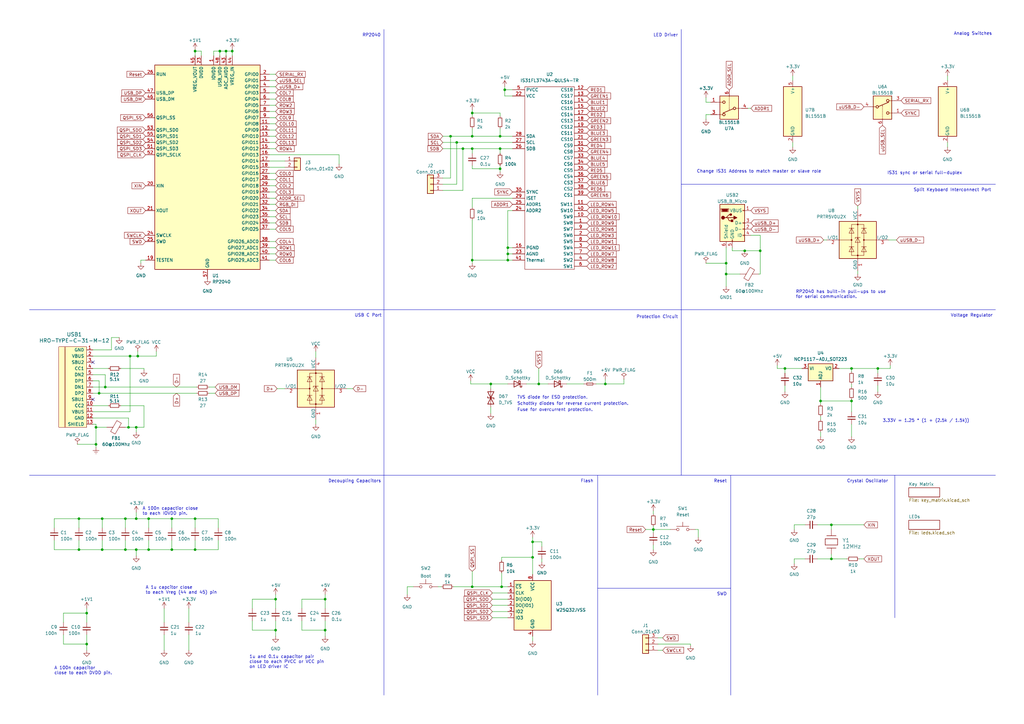
<source format=kicad_sch>
(kicad_sch (version 20230121) (generator eeschema)
  (paper "A3")
  (junction (at 267.97 217.17))
  (junction (at 39.37 175.26))
  (junction (at 80.01 20.955))
  (junction (at 113.03 258.445))
  (junction (at 56.515 146.05))
  (junction (at 43.18 158.75))
  (junction (at 336.55 164.465))
  (junction (at 70.485 212.725))
  (junction (at 55.88 225.425))
  (junction (at 41.91 212.725))
  (junction (at 305.435 102.87))
  (junction (at 32.385 212.725))
  (junction (at 218.44 222.25))
  (junction (at 60.96 212.725))
  (junction (at 52.705 175.26))
  (junction (at 208.28 101.6))
  (junction (at 311.785 102.87))
  (junction (at 207.01 36.83))
  (junction (at 41.91 225.425))
  (junction (at 205.105 55.88))
  (junction (at 55.88 212.725))
  (junction (at 349.25 164.465))
  (junction (at 205.105 69.215))
  (junction (at 95.25 20.955))
  (junction (at 184.785 55.88))
  (junction (at 60.96 225.425))
  (junction (at 133.35 245.745))
  (junction (at 349.25 151.13))
  (junction (at 208.28 104.14))
  (junction (at 35.56 264.16))
  (junction (at 92.71 20.955))
  (junction (at 53.34 146.05))
  (junction (at 205.74 240.665))
  (junction (at 80.01 212.725))
  (junction (at 321.945 151.13))
  (junction (at 51.435 225.425))
  (junction (at 360.045 151.13))
  (junction (at 133.35 258.445))
  (junction (at 193.675 240.665))
  (junction (at 90.17 20.955))
  (junction (at 340.995 229.235))
  (junction (at 193.675 106.68))
  (junction (at 201.295 157.48))
  (junction (at 193.675 60.96))
  (junction (at 205.105 60.96))
  (junction (at 340.995 215.265))
  (junction (at 32.385 225.425))
  (junction (at 208.28 106.68))
  (junction (at 40.64 161.29))
  (junction (at 248.285 157.48))
  (junction (at 80.01 225.425))
  (junction (at 51.435 212.725))
  (junction (at 113.03 245.745))
  (junction (at 55.88 175.26))
  (junction (at 35.56 251.46))
  (junction (at 193.675 46.355))
  (junction (at 218.44 228.6))
  (junction (at 220.98 157.48))
  (junction (at 297.815 112.395))
  (junction (at 187.325 58.42))
  (junction (at 297.815 107.95))
  (junction (at 70.485 225.425))
  (junction (at 189.865 60.96))
  (junction (at 193.675 55.88))
  (junction (at 39.37 182.245))
  (no_connect (at 38.1 163.83))
  (no_connect (at 38.1 148.59))
  (wire (pts (xy 56.515 146.05) (xy 64.135 146.05)))
  (wire (pts (xy 300.355 102.87) (xy 305.435 102.87)))
  (wire (pts (xy 103.505 258.445) (xy 113.03 258.445)))
  (wire (pts (xy 307.975 96.52) (xy 311.785 96.52)))
  (wire (pts (xy 38.1 156.21) (xy 40.64 156.21)))
  (wire (pts (xy 110.49 99.06) (xy 113.03 99.06)))
  (wire (pts (xy 35.56 249.555) (xy 35.56 251.46)))
  (wire (pts (xy 201.295 159.385) (xy 201.295 157.48)))
  (wire (pts (xy 52.705 171.45) (xy 52.705 175.26)))
  (wire (pts (xy 179.705 240.665) (xy 180.975 240.665)))
  (wire (pts (xy 90.17 20.955) (xy 90.17 22.86)))
  (wire (pts (xy 330.2 215.265) (xy 325.755 215.265)))
  (polyline (pts (xy 279.4 12.065) (xy 279.4 194.945)))
  (wire (pts (xy 349.25 151.13) (xy 360.045 151.13)))
  (wire (pts (xy 70.485 212.725) (xy 80.01 212.725)))
  (wire (pts (xy 297.815 112.395) (xy 297.815 117.475)))
  (wire (pts (xy 208.28 101.6) (xy 210.185 101.6)))
  (wire (pts (xy 189.865 78.105) (xy 189.865 60.96)))
  (wire (pts (xy 255.905 155.575) (xy 255.905 157.48)))
  (polyline (pts (xy 12.065 194.945) (xy 408.305 194.945)))
  (wire (pts (xy 110.49 48.26) (xy 113.03 48.26)))
  (wire (pts (xy 307.975 44.45) (xy 306.705 44.45)))
  (wire (pts (xy 49.53 166.37) (xy 59.055 166.37)))
  (wire (pts (xy 110.49 76.2) (xy 113.03 76.2)))
  (wire (pts (xy 181.61 75.565) (xy 187.325 75.565)))
  (wire (pts (xy 110.49 58.42) (xy 113.03 58.42)))
  (wire (pts (xy 193.675 81.28) (xy 193.675 85.09)))
  (wire (pts (xy 193.675 106.68) (xy 208.28 106.68)))
  (wire (pts (xy 85.725 158.75) (xy 88.265 158.75)))
  (wire (pts (xy 267.97 217.17) (xy 267.97 218.44)))
  (wire (pts (xy 92.71 20.955) (xy 92.71 22.86)))
  (wire (pts (xy 110.49 101.6) (xy 113.03 101.6)))
  (wire (pts (xy 51.435 225.425) (xy 55.88 225.425)))
  (wire (pts (xy 51.435 221.615) (xy 51.435 225.425)))
  (wire (pts (xy 26.035 264.16) (xy 35.56 264.16)))
  (wire (pts (xy 80.01 225.425) (xy 89.535 225.425)))
  (wire (pts (xy 205.105 67.945) (xy 205.105 69.215)))
  (wire (pts (xy 207.01 39.37) (xy 210.185 39.37)))
  (wire (pts (xy 267.97 217.17) (xy 267.97 215.9)))
  (wire (pts (xy 321.945 151.13) (xy 321.945 153.035)))
  (wire (pts (xy 38.1 158.75) (xy 43.18 158.75)))
  (wire (pts (xy 110.49 73.66) (xy 113.03 73.66)))
  (wire (pts (xy 201.295 167.005) (xy 201.295 169.545)))
  (wire (pts (xy 267.97 209.55) (xy 267.97 210.82)))
  (wire (pts (xy 38.1 166.37) (xy 44.45 166.37)))
  (wire (pts (xy 32.385 216.535) (xy 32.385 212.725)))
  (wire (pts (xy 89.535 216.535) (xy 89.535 212.725)))
  (wire (pts (xy 193.675 45.085) (xy 193.675 46.355)))
  (wire (pts (xy 193.675 106.68) (xy 193.675 107.95)))
  (wire (pts (xy 336.55 170.815) (xy 336.55 172.085)))
  (polyline (pts (xy 12.065 127) (xy 408.305 127)))
  (wire (pts (xy 267.97 223.52) (xy 267.97 225.425)))
  (wire (pts (xy 123.825 245.745) (xy 133.35 245.745)))
  (wire (pts (xy 208.28 86.36) (xy 208.28 101.6)))
  (wire (pts (xy 193.675 46.355) (xy 205.105 46.355)))
  (wire (pts (xy 349.25 151.13) (xy 344.17 151.13)))
  (wire (pts (xy 41.91 212.725) (xy 51.435 212.725)))
  (wire (pts (xy 95.25 20.955) (xy 95.25 22.86)))
  (wire (pts (xy 55.88 210.185) (xy 55.88 212.725)))
  (wire (pts (xy 193.675 240.665) (xy 205.74 240.665)))
  (wire (pts (xy 218.44 220.345) (xy 218.44 222.25)))
  (wire (pts (xy 113.03 258.445) (xy 113.03 260.985)))
  (wire (pts (xy 142.24 159.385) (xy 144.78 159.385)))
  (wire (pts (xy 110.49 78.74) (xy 113.03 78.74)))
  (wire (pts (xy 360.045 151.13) (xy 360.045 153.035)))
  (wire (pts (xy 205.74 234.95) (xy 205.74 240.665)))
  (wire (pts (xy 205.105 60.96) (xy 205.105 62.865)))
  (wire (pts (xy 388.62 58.42) (xy 388.62 60.325)))
  (wire (pts (xy 38.1 143.51) (xy 45.72 143.51)))
  (wire (pts (xy 325.755 229.235) (xy 325.755 231.14)))
  (wire (pts (xy 39.37 173.99) (xy 39.37 175.26)))
  (wire (pts (xy 360.045 151.13) (xy 365.125 151.13)))
  (wire (pts (xy 351.79 84.455) (xy 351.79 85.725)))
  (wire (pts (xy 123.825 254.635) (xy 123.825 258.445)))
  (wire (pts (xy 167.005 240.665) (xy 167.005 243.84)))
  (wire (pts (xy 218.44 222.25) (xy 222.25 222.25)))
  (wire (pts (xy 51.435 216.535) (xy 51.435 212.725)))
  (wire (pts (xy 352.425 229.235) (xy 354.33 229.235)))
  (wire (pts (xy 336.55 164.465) (xy 336.55 165.735)))
  (wire (pts (xy 55.88 225.425) (xy 60.96 225.425)))
  (wire (pts (xy 220.98 157.48) (xy 224.79 157.48)))
  (polyline (pts (xy 367.03 194.945) (xy 367.03 253.365)))
  (wire (pts (xy 167.005 240.665) (xy 169.545 240.665)))
  (wire (pts (xy 193.675 55.88) (xy 193.675 52.705)))
  (wire (pts (xy 26.035 260.35) (xy 26.035 264.16)))
  (wire (pts (xy 129.54 144.145) (xy 129.54 146.685)))
  (polyline (pts (xy 299.72 194.945) (xy 299.72 285.115)))
  (wire (pts (xy 184.785 55.88) (xy 184.785 73.025)))
  (wire (pts (xy 283.21 264.16) (xy 283.21 264.795)))
  (wire (pts (xy 337.82 98.425) (xy 339.09 98.425)))
  (wire (pts (xy 22.225 216.535) (xy 22.225 212.725)))
  (polyline (pts (xy 245.11 194.945) (xy 245.11 285.115)))
  (wire (pts (xy 110.49 88.9) (xy 113.03 88.9)))
  (wire (pts (xy 193.04 156.21) (xy 193.04 157.48)))
  (wire (pts (xy 205.74 240.665) (xy 208.28 240.665)))
  (wire (pts (xy 269.875 264.16) (xy 283.21 264.16)))
  (wire (pts (xy 207.01 36.83) (xy 207.01 35.56)))
  (wire (pts (xy 205.105 60.96) (xy 210.185 60.96)))
  (wire (pts (xy 289.56 40.005) (xy 289.56 41.91)))
  (wire (pts (xy 35.56 260.35) (xy 35.56 264.16)))
  (wire (pts (xy 340.995 215.265) (xy 340.995 217.17)))
  (wire (pts (xy 51.435 212.725) (xy 55.88 212.725)))
  (wire (pts (xy 43.18 153.67) (xy 43.18 158.75)))
  (wire (pts (xy 123.825 258.445) (xy 133.35 258.445)))
  (wire (pts (xy 325.755 215.265) (xy 325.755 217.17)))
  (wire (pts (xy 110.49 66.04) (xy 116.84 66.04)))
  (wire (pts (xy 336.55 177.165) (xy 336.55 179.07)))
  (wire (pts (xy 32.385 221.615) (xy 32.385 225.425)))
  (wire (pts (xy 38.1 151.13) (xy 44.45 151.13)))
  (wire (pts (xy 193.04 157.48) (xy 201.295 157.48)))
  (wire (pts (xy 110.49 38.1) (xy 113.03 38.1)))
  (wire (pts (xy 335.28 229.235) (xy 340.995 229.235)))
  (wire (pts (xy 336.55 158.75) (xy 336.55 164.465)))
  (wire (pts (xy 60.96 225.425) (xy 70.485 225.425)))
  (wire (pts (xy 87.63 20.955) (xy 90.17 20.955)))
  (wire (pts (xy 210.185 55.88) (xy 205.105 55.88)))
  (polyline (pts (xy 279.4 75.565) (xy 408.305 75.565)))
  (wire (pts (xy 184.785 55.88) (xy 193.675 55.88)))
  (wire (pts (xy 90.17 20.955) (xy 92.71 20.955)))
  (wire (pts (xy 55.88 225.425) (xy 55.88 227.965)))
  (wire (pts (xy 57.785 106.68) (xy 57.785 107.95)))
  (wire (pts (xy 22.225 212.725) (xy 32.385 212.725)))
  (wire (pts (xy 336.55 164.465) (xy 349.25 164.465)))
  (wire (pts (xy 110.49 53.34) (xy 113.03 53.34)))
  (wire (pts (xy 39.37 182.245) (xy 39.37 183.515)))
  (wire (pts (xy 181.61 58.42) (xy 187.325 58.42)))
  (wire (pts (xy 193.675 90.17) (xy 193.675 106.68)))
  (wire (pts (xy 321.945 151.13) (xy 328.93 151.13)))
  (wire (pts (xy 222.25 222.25) (xy 222.25 224.155)))
  (wire (pts (xy 340.995 229.235) (xy 347.345 229.235)))
  (wire (pts (xy 113.03 254.635) (xy 113.03 258.445)))
  (wire (pts (xy 35.56 255.27) (xy 35.56 251.46)))
  (wire (pts (xy 205.105 46.355) (xy 205.105 47.625)))
  (wire (pts (xy 318.77 149.86) (xy 318.77 151.13)))
  (wire (pts (xy 53.34 146.05) (xy 56.515 146.05)))
  (wire (pts (xy 110.49 93.98) (xy 113.03 93.98)))
  (wire (pts (xy 51.435 175.26) (xy 52.705 175.26)))
  (wire (pts (xy 38.1 161.29) (xy 40.64 161.29)))
  (wire (pts (xy 82.55 22.86) (xy 82.55 20.955)))
  (wire (pts (xy 103.505 249.555) (xy 103.505 245.745)))
  (wire (pts (xy 77.47 255.27) (xy 77.47 249.555)))
  (wire (pts (xy 311.15 112.395) (xy 311.785 112.395)))
  (wire (pts (xy 340.995 227.33) (xy 340.995 229.235)))
  (wire (pts (xy 89.535 221.615) (xy 89.535 225.425)))
  (wire (pts (xy 55.88 212.725) (xy 60.96 212.725)))
  (wire (pts (xy 187.325 58.42) (xy 187.325 75.565)))
  (wire (pts (xy 40.64 161.29) (xy 80.645 161.29)))
  (wire (pts (xy 330.2 229.235) (xy 325.755 229.235)))
  (wire (pts (xy 110.49 33.02) (xy 113.03 33.02)))
  (wire (pts (xy 133.35 258.445) (xy 133.35 260.985)))
  (wire (pts (xy 53.34 168.91) (xy 53.34 146.05)))
  (wire (pts (xy 60.96 212.725) (xy 70.485 212.725)))
  (wire (pts (xy 311.785 96.52) (xy 311.785 102.87)))
  (wire (pts (xy 110.49 86.36) (xy 113.03 86.36)))
  (wire (pts (xy 201.93 253.365) (xy 208.28 253.365)))
  (polyline (pts (xy 157.48 12.065) (xy 157.48 285.115)))
  (wire (pts (xy 43.18 158.75) (xy 80.645 158.75)))
  (wire (pts (xy 110.49 55.88) (xy 113.03 55.88)))
  (wire (pts (xy 110.49 83.82) (xy 113.03 83.82)))
  (wire (pts (xy 349.25 157.48) (xy 349.25 158.75)))
  (wire (pts (xy 80.01 216.535) (xy 80.01 212.725)))
  (wire (pts (xy 110.49 63.5) (xy 139.065 63.5)))
  (wire (pts (xy 123.825 249.555) (xy 123.825 245.745)))
  (wire (pts (xy 95.25 20.32) (xy 95.25 20.955)))
  (wire (pts (xy 181.61 55.88) (xy 184.785 55.88)))
  (wire (pts (xy 244.475 157.48) (xy 248.285 157.48)))
  (wire (pts (xy 57.785 106.68) (xy 59.69 106.68)))
  (polyline (pts (xy 245.11 241.3) (xy 299.72 241.3)))
  (wire (pts (xy 205.105 55.88) (xy 193.675 55.88)))
  (wire (pts (xy 349.25 152.4) (xy 349.25 151.13)))
  (wire (pts (xy 110.49 35.56) (xy 113.03 35.56)))
  (wire (pts (xy 70.485 225.425) (xy 80.01 225.425)))
  (wire (pts (xy 133.35 254.635) (xy 133.35 258.445)))
  (wire (pts (xy 289.56 46.99) (xy 289.56 48.895)))
  (wire (pts (xy 269.875 266.7) (xy 271.78 266.7)))
  (wire (pts (xy 110.49 43.18) (xy 113.03 43.18)))
  (wire (pts (xy 201.93 248.285) (xy 208.28 248.285)))
  (wire (pts (xy 184.785 73.025) (xy 181.61 73.025)))
  (wire (pts (xy 201.93 243.205) (xy 208.28 243.205)))
  (wire (pts (xy 41.91 216.535) (xy 41.91 212.725)))
  (wire (pts (xy 232.41 157.48) (xy 239.395 157.48)))
  (wire (pts (xy 110.49 71.12) (xy 113.03 71.12)))
  (wire (pts (xy 208.28 101.6) (xy 208.28 104.14)))
  (wire (pts (xy 85.725 161.29) (xy 88.265 161.29)))
  (wire (pts (xy 388.62 31.115) (xy 388.62 33.02)))
  (wire (pts (xy 70.485 221.615) (xy 70.485 225.425)))
  (wire (pts (xy 129.54 172.085) (xy 129.54 173.99)))
  (wire (pts (xy 59.055 166.37) (xy 59.055 175.26)))
  (wire (pts (xy 110.49 68.58) (xy 116.84 68.58)))
  (wire (pts (xy 264.795 217.17) (xy 267.97 217.17)))
  (wire (pts (xy 70.485 216.535) (xy 70.485 212.725)))
  (wire (pts (xy 67.31 260.35) (xy 67.31 266.7)))
  (wire (pts (xy 45.72 138.43) (xy 48.895 138.43)))
  (wire (pts (xy 113.03 243.84) (xy 113.03 245.745)))
  (wire (pts (xy 193.675 234.315) (xy 193.675 240.665)))
  (wire (pts (xy 300.355 101.6) (xy 300.355 102.87)))
  (wire (pts (xy 297.815 101.6) (xy 297.815 107.95)))
  (wire (pts (xy 52.705 175.26) (xy 55.88 175.26)))
  (wire (pts (xy 360.045 158.115) (xy 360.045 160.655)))
  (wire (pts (xy 133.35 249.555) (xy 133.35 245.745)))
  (wire (pts (xy 205.105 69.215) (xy 193.675 69.215)))
  (wire (pts (xy 38.1 168.91) (xy 53.34 168.91)))
  (wire (pts (xy 220.98 151.13) (xy 220.98 157.48)))
  (wire (pts (xy 207.01 36.83) (xy 210.185 36.83)))
  (wire (pts (xy 289.56 107.95) (xy 297.815 107.95)))
  (wire (pts (xy 55.88 175.26) (xy 59.055 175.26)))
  (wire (pts (xy 201.93 245.745) (xy 208.28 245.745)))
  (wire (pts (xy 113.03 249.555) (xy 113.03 245.745)))
  (wire (pts (xy 22.225 221.615) (xy 22.225 225.425)))
  (wire (pts (xy 103.505 254.635) (xy 103.505 258.445)))
  (wire (pts (xy 31.75 182.245) (xy 39.37 182.245)))
  (wire (pts (xy 110.49 40.64) (xy 113.03 40.64)))
  (wire (pts (xy 269.875 261.62) (xy 271.78 261.62)))
  (wire (pts (xy 205.105 69.215) (xy 205.105 70.485)))
  (wire (pts (xy 35.56 264.16) (xy 35.56 266.7)))
  (wire (pts (xy 218.44 260.985) (xy 218.44 262.89)))
  (wire (pts (xy 208.28 104.14) (xy 208.28 106.68)))
  (wire (pts (xy 248.285 155.575) (xy 248.285 157.48)))
  (wire (pts (xy 40.64 156.21) (xy 40.64 161.29)))
  (wire (pts (xy 139.065 63.5) (xy 139.065 67.31)))
  (wire (pts (xy 349.25 164.465) (xy 349.25 168.91)))
  (wire (pts (xy 26.035 251.46) (xy 35.56 251.46)))
  (wire (pts (xy 113.665 159.385) (xy 116.84 159.385)))
  (wire (pts (xy 22.225 225.425) (xy 32.385 225.425)))
  (wire (pts (xy 80.01 20.32) (xy 80.01 20.955)))
  (wire (pts (xy 318.77 151.13) (xy 321.945 151.13)))
  (wire (pts (xy 67.31 255.27) (xy 67.31 249.555)))
  (wire (pts (xy 297.815 107.95) (xy 297.815 112.395)))
  (wire (pts (xy 110.49 91.44) (xy 113.03 91.44)))
  (wire (pts (xy 218.44 228.6) (xy 218.44 235.585)))
  (wire (pts (xy 110.49 81.28) (xy 113.03 81.28)))
  (wire (pts (xy 41.91 225.425) (xy 51.435 225.425)))
  (wire (pts (xy 189.865 60.96) (xy 193.675 60.96)))
  (wire (pts (xy 351.79 111.125) (xy 351.79 112.395)))
  (wire (pts (xy 80.01 221.615) (xy 80.01 225.425)))
  (wire (pts (xy 39.37 175.26) (xy 39.37 182.245)))
  (wire (pts (xy 87.63 22.86) (xy 87.63 20.955)))
  (wire (pts (xy 80.01 212.725) (xy 89.535 212.725)))
  (wire (pts (xy 103.505 245.745) (xy 113.03 245.745)))
  (wire (pts (xy 39.37 175.26) (xy 43.815 175.26)))
  (wire (pts (xy 367.665 98.425) (xy 364.49 98.425)))
  (wire (pts (xy 181.61 78.105) (xy 189.865 78.105)))
  (wire (pts (xy 349.25 164.465) (xy 349.25 163.83)))
  (wire (pts (xy 59.055 151.765) (xy 59.055 151.13)))
  (wire (pts (xy 285.115 217.17) (xy 286.385 217.17)))
  (wire (pts (xy 248.285 157.48) (xy 255.905 157.48)))
  (wire (pts (xy 38.1 146.05) (xy 53.34 146.05)))
  (wire (pts (xy 291.465 41.91) (xy 289.56 41.91)))
  (wire (pts (xy 32.385 225.425) (xy 41.91 225.425)))
  (wire (pts (xy 64.135 146.05) (xy 64.135 144.145)))
  (wire (pts (xy 208.28 106.68) (xy 210.185 106.68)))
  (wire (pts (xy 193.675 60.96) (xy 205.105 60.96)))
  (wire (pts (xy 349.25 173.99) (xy 349.25 179.07)))
  (wire (pts (xy 193.675 46.355) (xy 193.675 47.625)))
  (wire (pts (xy 110.49 60.96) (xy 113.03 60.96)))
  (wire (pts (xy 55.88 175.26) (xy 55.88 177.165)))
  (wire (pts (xy 222.25 229.235) (xy 222.25 230.505)))
  (wire (pts (xy 41.91 221.615) (xy 41.91 225.425)))
  (wire (pts (xy 201.295 157.48) (xy 208.28 157.48)))
  (wire (pts (xy 80.01 20.955) (xy 80.01 22.86)))
  (wire (pts (xy 193.675 81.28) (xy 210.185 81.28)))
  (wire (pts (xy 311.785 102.87) (xy 305.435 102.87)))
  (wire (pts (xy 26.035 255.27) (xy 26.035 251.46)))
  (wire (pts (xy 38.1 171.45) (xy 52.705 171.45)))
  (wire (pts (xy 325.12 31.115) (xy 325.12 33.02)))
  (wire (pts (xy 187.325 58.42) (xy 210.185 58.42)))
  (wire (pts (xy 201.93 250.825) (xy 208.28 250.825)))
  (wire (pts (xy 274.955 217.17) (xy 267.97 217.17)))
  (wire (pts (xy 39.37 173.99) (xy 38.1 173.99)))
  (wire (pts (xy 110.49 45.72) (xy 113.03 45.72)))
  (wire (pts (xy 60.96 216.535) (xy 60.96 212.725)))
  (wire (pts (xy 321.945 158.115) (xy 321.945 160.655)))
  (wire (pts (xy 207.01 36.83) (xy 207.01 39.37)))
  (wire (pts (xy 340.995 215.265) (xy 354.33 215.265)))
  (wire (pts (xy 325.12 58.42) (xy 325.12 60.325)))
  (wire (pts (xy 110.49 50.8) (xy 113.03 50.8)))
  (wire (pts (xy 110.49 104.14) (xy 113.03 104.14)))
  (wire (pts (xy 110.49 30.48) (xy 113.03 30.48)))
  (wire (pts (xy 82.55 20.955) (xy 80.01 20.955)))
  (wire (pts (xy 193.675 69.215) (xy 193.675 67.945)))
  (wire (pts (xy 77.47 260.35) (xy 77.47 266.7)))
  (wire (pts (xy 205.74 228.6) (xy 218.44 228.6)))
  (wire (pts (xy 45.72 143.51) (xy 45.72 138.43)))
  (wire (pts (xy 181.61 60.96) (xy 189.865 60.96)))
  (wire (pts (xy 60.96 221.615) (xy 60.96 225.425)))
  (wire (pts (xy 286.385 217.17) (xy 286.385 220.345)))
  (wire (pts (xy 210.185 86.36) (xy 208.28 86.36)))
  (wire (pts (xy 303.53 112.395) (xy 297.815 112.395)))
  (wire (pts (xy 92.71 20.955) (xy 95.25 20.955)))
  (wire (pts (xy 218.44 222.25) (xy 218.44 228.6)))
  (wire (pts (xy 205.74 228.6) (xy 205.74 229.87)))
  (wire (pts (xy 59.055 151.13) (xy 49.53 151.13)))
  (wire (pts (xy 32.385 212.725) (xy 41.91 212.725)))
  (wire (pts (xy 38.1 153.67) (xy 43.18 153.67)))
  (wire (pts (xy 335.28 215.265) (xy 340.995 215.265)))
  (wire (pts (xy 311.785 112.395) (xy 311.785 102.87)))
  (wire (pts (xy 205.105 55.88) (xy 205.105 52.705)))
  (wire (pts (xy 133.35 243.84) (xy 133.35 245.745)))
  (wire (pts (xy 291.465 46.99) (xy 289.56 46.99)))
  (wire (pts (xy 208.28 104.14) (xy 210.185 104.14)))
  (wire (pts (xy 56.515 144.145) (xy 56.515 146.05)))
  (wire (pts (xy 193.675 62.865) (xy 193.675 60.96)))
  (wire (pts (xy 186.055 240.665) (xy 193.675 240.665)))
  (wire (pts (xy 365.125 149.86) (xy 365.125 151.13)))
  (wire (pts (xy 110.49 106.68) (xy 113.03 106.68)))
  (wire (pts (xy 215.9 157.48) (xy 220.98 157.48)))
  (text "A 100n capactior close\nto each IOVDD pin." (at 58.42 211.455 0) (effects (font (size 1.27 1.27)) (justify left bottom)))
  (text "Flash" (at 238.125 198.12 0) (effects (font (size 1.27 1.27)) (justify left bottom)))
  (text "RP2040" (at 148.59 15.24 0) (effects (font (size 1.27 1.27)) (justify left bottom)))
  (text "TVS diode for ESD protection." (at 212.09 163.83 0) (effects (font (size 1.27 1.27)) (justify left bottom)))
  (text "Reset\n" (at 292.735 198.12 0) (effects (font (size 1.27 1.27)) (justify left bottom)))
  (text "IS31 sync or serial full-duplex" (at 363.855 71.755 0) (effects (font (size 1.27 1.27)) (justify left bottom)))
  (text "Crystal Oscillator\n" (at 347.345 198.12 0) (effects (font (size 1.27 1.27)) (justify left bottom)))
  (text "Protection Circuit" (at 260.985 130.81 0) (effects (font (size 1.27 1.27)) (justify left bottom)))
  (text "LED Driver" (at 267.97 15.24 0) (effects (font (size 1.27 1.27)) (justify left bottom)))
  (text "Change IS31 Address to match master or slave role" (at 285.75 71.12 0) (effects (font (size 1.27 1.27)) (justify left bottom)))
  (text "SWD" (at 294.005 244.475 0) (effects (font (size 1.27 1.27)) (justify left bottom)))
  (text "Analog Switches" (at 391.16 14.605 0) (effects (font (size 1.27 1.27)) (justify left bottom)))
  (text "Schottky diodes for reverse current protection." (at 212.09 166.37 0) (effects (font (size 1.27 1.27)) (justify left bottom)))
  (text "1u and 0.1u capacitor pair \nclose to each PVCC or VCC pin\non LED driver IC" (at 102.235 274.32 0) (effects (font (size 1.27 1.27)) (justify left bottom)))
  (text "Voltage Regulator" (at 389.89 130.175 0) (effects (font (size 1.27 1.27)) (justify left bottom)))
  (text "Fuse for overcurrent protection.\n" (at 212.09 168.91 0) (effects (font (size 1.27 1.27)) (justify left bottom)))
  (text "A 100n capacitor \nclose to each DVDD pin." (at 22.225 276.86 0) (effects (font (size 1.27 1.27)) (justify left bottom)))
  (text "USB C Port" (at 145.415 130.175 0) (effects (font (size 1.27 1.27)) (justify left bottom)))
  (text "A 1u capcitor close\nto each Vreg (44 and 45) pin" (at 59.69 243.84 0) (effects (font (size 1.27 1.27)) (justify left bottom)))
  (text "Split Keyboard Interconnect Port" (at 374.65 78.74 0) (effects (font (size 1.27 1.27)) (justify left bottom)))
  (text "3.33V = 1.25 * (1 + (2.5k / 1.5k))" (at 361.95 173.355 0) (effects (font (size 1.27 1.27)) (justify left bottom)))
  (text "Decoupling Capacitors" (at 134.62 198.12 0) (effects (font (size 1.27 1.27)) (justify left bottom)))
  (text "RP2040 has built-in pull-ups to use\nfor serial communication." (at 326.39 122.555 0) (effects (font (size 1.27 1.27)) (justify left bottom)))
  (global_label "COL12" (shape input) (at 113.03 55.88 0) (property "Intersheetrefs" "${INTERSHEET_REFS}" (effects hide)))
  (global_label "COL2" (shape input) (at 113.03 76.2 0) (property "Intersheetrefs" "${INTERSHEET_REFS}" (effects hide)))
  (global_label "SERIAL_RX" (shape input) (at 113.03 30.48 0) (property "Intersheetrefs" "${INTERSHEET_REFS}" (effects hide)))
  (global_label "ROW1" (shape input) (at 113.03 101.6 0) (property "Intersheetrefs" "${INTERSHEET_REFS}" (effects hide)))
  (global_label "uUSB_D+" (shape input) (at 113.03 35.56 0) (property "Intersheetrefs" "${INTERSHEET_REFS}" (effects hide)))
  (global_label "GREEN6" (shape input) (at 240.665 80.01 0) (property "Intersheetrefs" "${INTERSHEET_REFS}" (effects hide)))
  (global_label "SDA" (shape input) (at 181.61 55.88 180) (property "Intersheetrefs" "${INTERSHEET_REFS}" (effects hide)))
  (global_label "LED_ROW11" (shape input) (at 240.665 101.6 0) (property "Intersheetrefs" "${INTERSHEET_REFS}" (effects hide)))
  (global_label "ROW2" (shape input) (at 113.03 43.18 0) (property "Intersheetrefs" "${INTERSHEET_REFS}" (effects hide)))
  (global_label "SWCLK" (shape input) (at 271.78 266.7 0) (property "Intersheetrefs" "${INTERSHEET_REFS}" (effects hide)))
  (global_label "LED_ROW10" (shape input) (at 240.665 88.9 0) (property "Intersheetrefs" "${INTERSHEET_REFS}" (effects hide)))
  (global_label "XIN" (shape input) (at 354.33 215.265 0) (property "Intersheetrefs" "${INTERSHEET_REFS}" (effects hide)))
  (global_label "ADDR1" (shape input) (at 307.975 44.45 0) (property "Intersheetrefs" "${INTERSHEET_REFS}" (effects hide)))
  (global_label "XIN" (shape input) (at 59.69 76.2 180) (property "Intersheetrefs" "${INTERSHEET_REFS}" (effects hide)))
  (global_label "uUSB_SEL" (shape input) (at 361.95 51.435 270) (property "Intersheetrefs" "${INTERSHEET_REFS}" (effects hide)))
  (global_label "COL7" (shape input) (at 113.03 38.1 0) (property "Intersheetrefs" "${INTERSHEET_REFS}" (effects hide)))
  (global_label "D+" (shape input) (at 113.665 159.385 180) (property "Intersheetrefs" "${INTERSHEET_REFS}" (effects hide)))
  (global_label "RED4" (shape input) (at 240.665 59.69 0) (property "Intersheetrefs" "${INTERSHEET_REFS}" (effects hide)))
  (global_label "BLUE3" (shape input) (at 240.665 54.61 0) (property "Intersheetrefs" "${INTERSHEET_REFS}" (effects hide)))
  (global_label "D-" (shape input) (at 144.78 159.385 0) (property "Intersheetrefs" "${INTERSHEET_REFS}" (effects hide)))
  (global_label "COL1" (shape input) (at 113.03 73.66 0) (property "Intersheetrefs" "${INTERSHEET_REFS}" (effects hide)))
  (global_label "COL5" (shape input) (at 113.03 93.98 0) (property "Intersheetrefs" "${INTERSHEET_REFS}" (effects hide)))
  (global_label "USB_DM" (shape input) (at 59.69 40.64 180) (property "Intersheetrefs" "${INTERSHEET_REFS}" (effects hide)))
  (global_label "COL0" (shape input) (at 113.03 71.12 0) (property "Intersheetrefs" "${INTERSHEET_REFS}" (effects hide)))
  (global_label "LED_ROW1" (shape input) (at 240.665 99.06 0) (property "Intersheetrefs" "${INTERSHEET_REFS}" (effects hide)))
  (global_label "QSPI_SS" (shape input) (at 193.675 234.315 90) (property "Intersheetrefs" "${INTERSHEET_REFS}" (effects hide)))
  (global_label "uUSB_D+" (shape input) (at 307.975 91.44 0) (property "Intersheetrefs" "${INTERSHEET_REFS}" (effects hide)))
  (global_label "SYNC" (shape input) (at 369.57 46.355 0) (property "Intersheetrefs" "${INTERSHEET_REFS}" (effects hide)))
  (global_label "LED_ROW3" (shape input) (at 240.665 96.52 0) (property "Intersheetrefs" "${INTERSHEET_REFS}" (effects hide)))
  (global_label "COL10" (shape input) (at 113.03 50.8 0) (property "Intersheetrefs" "${INTERSHEET_REFS}" (effects hide)))
  (global_label "VSYS" (shape input) (at 307.975 86.36 0) (property "Intersheetrefs" "${INTERSHEET_REFS}" (effects hide)))
  (global_label "COL9" (shape input) (at 113.03 48.26 0) (property "Intersheetrefs" "${INTERSHEET_REFS}" (effects hide)))
  (global_label "QSPI_SD2" (shape input) (at 201.93 250.825 180) (property "Intersheetrefs" "${INTERSHEET_REFS}" (effects hide)))
  (global_label "BLUE4" (shape input) (at 240.665 64.77 0) (property "Intersheetrefs" "${INTERSHEET_REFS}" (effects hide)))
  (global_label "RED5" (shape input) (at 240.665 69.85 0) (property "Intersheetrefs" "${INTERSHEET_REFS}" (effects hide)))
  (global_label "USB_DP" (shape input) (at 59.69 38.1 180) (property "Intersheetrefs" "${INTERSHEET_REFS}" (effects hide)))
  (global_label "RED3" (shape input) (at 240.665 52.07 0) (property "Intersheetrefs" "${INTERSHEET_REFS}" (effects hide)))
  (global_label "VSYS" (shape input) (at 220.98 151.13 90) (property "Intersheetrefs" "${INTERSHEET_REFS}" (effects hide)))
  (global_label "QSPI_SD2" (shape input) (at 59.69 58.42 180) (property "Intersheetrefs" "${INTERSHEET_REFS}" (effects hide)))
  (global_label "QSPI_CLK" (shape input) (at 201.93 243.205 180) (property "Intersheetrefs" "${INTERSHEET_REFS}" (effects hide)))
  (global_label "COL8" (shape input) (at 113.03 40.64 0) (property "Intersheetrefs" "${INTERSHEET_REFS}" (effects hide)))
  (global_label "SDB" (shape input) (at 181.61 60.96 180) (property "Intersheetrefs" "${INTERSHEET_REFS}" (effects hide)))
  (global_label "QSPI_SDO" (shape input) (at 201.93 245.745 180) (property "Intersheetrefs" "${INTERSHEET_REFS}" (effects hide)))
  (global_label "USB_DM" (shape input) (at 88.265 158.75 0) (property "Intersheetrefs" "${INTERSHEET_REFS}" (effects hide)))
  (global_label "BLUE1" (shape input) (at 240.665 41.91 0) (property "Intersheetrefs" "${INTERSHEET_REFS}" (effects hide)))
  (global_label "SYNC" (shape input) (at 210.185 78.74 180) (property "Intersheetrefs" "${INTERSHEET_REFS}" (effects hide)))
  (global_label "QSPI_SS" (shape input) (at 59.69 48.26 180) (property "Intersheetrefs" "${INTERSHEET_REFS}" (effects hide)))
  (global_label "LED_ROW4" (shape input) (at 240.665 83.82 0) (property "Intersheetrefs" "${INTERSHEET_REFS}" (effects hide)))
  (global_label "ROW3" (shape input) (at 113.03 45.72 0) (property "Intersheetrefs" "${INTERSHEET_REFS}" (effects hide)))
  (global_label "SDB" (shape input) (at 113.03 91.44 0) (property "Intersheetrefs" "${INTERSHEET_REFS}" (effects hide)))
  (global_label "QSPI_SDO" (shape input) (at 59.69 53.34 180) (property "Intersheetrefs" "${INTERSHEET_REFS}" (effects hide)))
  (global_label "LED_ROW5" (shape input) (at 240.665 86.36 0) (property "Intersheetrefs" "${INTERSHEET_REFS}" (effects hide)))
  (global_label "ADDR_SEL" (shape input) (at 299.085 36.83 90) (property "Intersheetrefs" "${INTERSHEET_REFS}" (effects hide)))
  (global_label "RED2" (shape input) (at 240.665 46.99 0) (property "Intersheetrefs" "${INTERSHEET_REFS}" (effects hide)))
  (global_label "SWD" (shape input) (at 271.78 261.62 0) (property "Intersheetrefs" "${INTERSHEET_REFS}" (effects hide)))
  (global_label "COL4" (shape input) (at 113.03 99.06 0) (property "Intersheetrefs" "${INTERSHEET_REFS}" (effects hide)))
  (global_label "QSPI_SD3" (shape input) (at 59.69 60.96 180) (property "Intersheetrefs" "${INTERSHEET_REFS}" (effects hide)))
  (global_label "RGB_DI" (shape input) (at 113.03 83.82 0) (property "Intersheetrefs" "${INTERSHEET_REFS}" (effects hide)))
  (global_label "GREEN1" (shape input) (at 240.665 39.37 0) (property "Intersheetrefs" "${INTERSHEET_REFS}" (effects hide)))
  (global_label "uUSB_D-" (shape input) (at 307.975 93.98 0) (property "Intersheetrefs" "${INTERSHEET_REFS}" (effects hide)))
  (global_label "RED1" (shape input) (at 240.665 36.83 0) (property "Intersheetrefs" "${INTERSHEET_REFS}" (effects hide)))
  (global_label "COL13" (shape input) (at 113.03 58.42 0) (property "Intersheetrefs" "${INTERSHEET_REFS}" (effects hide)))
  (global_label "GREEN4" (shape input) (at 240.665 62.23 0) (property "Intersheetrefs" "${INTERSHEET_REFS}" (effects hide)))
  (global_label "uUSB_D-" (shape input) (at 367.665 98.425 0) (property "Intersheetrefs" "${INTERSHEET_REFS}" (effects hide)))
  (global_label "Reset" (shape input) (at 59.69 30.48 180) (property "Intersheetrefs" "${INTERSHEET_REFS}" (effects hide)))
  (global_label "BLUE6" (shape input) (at 240.665 74.93 0) (property "Intersheetrefs" "${INTERSHEET_REFS}" (effects hide)))
  (global_label "SCL" (shape input) (at 113.03 88.9 0) (property "Intersheetrefs" "${INTERSHEET_REFS}" (effects hide)))
  (global_label "Reset" (shape input) (at 264.795 217.17 180) (property "Intersheetrefs" "${INTERSHEET_REFS}" (effects hide)))
  (global_label "QSPI_SD1" (shape input) (at 59.69 55.88 180) (property "Intersheetrefs" "${INTERSHEET_REFS}" (effects hide)))
  (global_label "SDA" (shape input) (at 113.03 86.36 0) (property "Intersheetrefs" "${INTERSHEET_REFS}" (effects hide)))
  (global_label "LED_ROW2" (shape input) (at 240.665 109.22 0) (property "Intersheetrefs" "${INTERSHEET_REFS}" (effects hide)))
  (global_label "uUSB_D+" (shape input) (at 337.82 98.425 180) (property "Intersheetrefs" "${INTERSHEET_REFS}" (effects hide)))
  (global_label "LED_ROW7" (shape input) (at 240.665 104.14 0) (property "Intersheetrefs" "${INTERSHEET_REFS}" (effects hide)))
  (global_label "SWCLK" (shape input) (at 59.69 96.52 180) (property "Intersheetrefs" "${INTERSHEET_REFS}" (effects hide)))
  (global_label "USB_DP" (shape input) (at 88.265 161.29 0) (property "Intersheetrefs" "${INTERSHEET_REFS}" (effects hide)))
  (global_label "QSPI_CLK" (shape input) (at 59.69 63.5 180) (property "Intersheetrefs" "${INTERSHEET_REFS}" (effects hide)))
  (global_label "COL6" (shape input) (at 113.03 106.68 0) (property "Intersheetrefs" "${INTERSHEET_REFS}" (effects hide)))
  (global_label "LED_ROW6" (shape input) (at 240.665 93.98 0) (property "Intersheetrefs" "${INTERSHEET_REFS}" (effects hide)))
  (global_label "LED_ROW9" (shape input) (at 240.665 91.44 0) (property "Intersheetrefs" "${INTERSHEET_REFS}" (effects hide)))
  (global_label "SERIAL_RX" (shape input) (at 369.57 41.275 0) (property "Intersheetrefs" "${INTERSHEET_REFS}" (effects hide)))
  (global_label "LED_ROW8" (shape input) (at 240.665 106.68 0) (property "Intersheetrefs" "${INTERSHEET_REFS}" (effects hide)))
  (global_label "ROW4" (shape input) (at 113.03 60.96 0) (property "Intersheetrefs" "${INTERSHEET_REFS}" (effects hide)))
  (global_label "VSYS" (shape input) (at 351.79 84.455 90) (property "Intersheetrefs" "${INTERSHEET_REFS}" (effects hide)))
  (global_label "ADDR_SEL" (shape input) (at 113.03 81.28 0) (property "Intersheetrefs" "${INTERSHEET_REFS}" (effects hide)))
  (global_label "SCL" (shape input) (at 181.61 58.42 180) (property "Intersheetrefs" "${INTERSHEET_REFS}" (effects hide)))
  (global_label "BLUE2" (shape input) (at 240.665 44.45 0) (property "Intersheetrefs" "${INTERSHEET_REFS}" (effects hide)))
  (global_label "GREEN3" (shape input) (at 240.665 57.15 0) (property "Intersheetrefs" "${INTERSHEET_REFS}" (effects hide)))
  (global_label "XOUT" (shape input) (at 354.33 229.235 0) (property "Intersheetrefs" "${INTERSHEET_REFS}" (effects hide)))
  (global_label "D-" (shape input) (at 72.39 158.75 90) (property "Intersheetrefs" "${INTERSHEET_REFS}" (effects hide)))
  (global_label "uUSB_D-" (shape input) (at 354.33 43.815 180) (property "Intersheetrefs" "${INTERSHEET_REFS}" (effects hide)))
  (global_label "QSPI_SD3" (shape input) (at 201.93 253.365 180) (property "Intersheetrefs" "${INTERSHEET_REFS}" (effects hide)))
  (global_label "QSPI_SD1" (shape input) (at 201.93 248.285 180) (property "Intersheetrefs" "${INTERSHEET_REFS}" (effects hide)))
  (global_label "XOUT" (shape input) (at 59.69 86.36 180) (property "Intersheetrefs" "${INTERSHEET_REFS}" (effects hide)))
  (global_label "ROW0" (shape input) (at 113.03 104.14 0) (property "Intersheetrefs" "${INTERSHEET_REFS}" (effects hide)))
  (global_label "uUSB_SEL" (shape input) (at 113.03 33.02 0) (property "Intersheetrefs" "${INTERSHEET_REFS}" (effects hide)))
  (global_label "SWD" (shape input) (at 59.69 99.06 180) (property "Intersheetrefs" "${INTERSHEET_REFS}" (effects hide)))
  (global_label "GREEN5" (shape input) (at 240.665 72.39 0) (property "Intersheetrefs" "${INTERSHEET_REFS}" (effects hide)))
  (global_label "COL11" (shape input) (at 113.03 53.34 0) (property "Intersheetrefs" "${INTERSHEET_REFS}" (effects hide)))
  (global_label "GREEN2" (shape input) (at 240.665 49.53 0) (property "Intersheetrefs" "${INTERSHEET_REFS}" (effects hide)))
  (global_label "D+" (shape input) (at 72.39 161.29 270) (property "Intersheetrefs" "${INTERSHEET_REFS}" (effects hide)))
  (global_label "COL3" (shape input) (at 113.03 78.74 0) (property "Intersheetrefs" "${INTERSHEET_REFS}" (effects hide)))
  (global_label "ADDR1" (shape input) (at 210.185 83.82 180) (property "Intersheetrefs" "${INTERSHEET_REFS}" (effects hide)))
  (global_label "BLUE5" (shape input) (at 240.665 67.31 0) (property "Intersheetrefs" "${INTERSHEET_REFS}" (effects hide)))
  (global_label "RED6" (shape input) (at 240.665 77.47 0) (property "Intersheetrefs" "${INTERSHEET_REFS}" (effects hide)))
  (symbol (lib_id "power:GND") (at 349.25 179.07 0) (unit 1)
    (property "Reference" "#PWR039" (effects hide))
    (property "Value" "GND" (at 349.25 183.515 0))
  )
  (symbol (lib_id "IS31FL3743A-QULS4-TR:IS31FL3743A") (at 220.345 44.45 0) (unit 1)
    (property "Reference" "U2" (at 225.425 30.48 0))
    (property "Value" "IS31FL3743A-QULS4-TR" (at 225.425 33.02 0))
    (property "Footprint" "Package_DFN_QFN:UQFN-40-1EP_5x5mm_P0.4mm_EP3.8x3.8mm" (effects hide))
    (property "Datasheet" "https://www.lumissil.com/assets/pdf/core/IS31FL3743A_DS.pdf" (effects hide))
  )
  (symbol (lib_id "power:+5V") (at 248.285 155.575 0) (unit 1)
    (property "Reference" "#PWR028" (effects hide))
    (property "Value" "+5V" (at 248.285 151.765 0))
  )
  (symbol (lib_id "Device:C_Small") (at 70.485 219.075 0) (unit 1)
    (property "Reference" "C6" (at 73.025 218.4463 0) (effects (justify left)))
    (property "Value" "100n" (at 73.025 220.9863 0) (effects (justify left)))
    (property "Footprint" "Capacitor_SMD:C_0805_2012Metric_Pad1.18x1.45mm_HandSolder" (effects hide))
  )
  (symbol (lib_id "Device:C_Small") (at 32.385 219.075 0) (unit 1)
    (property "Reference" "C2" (at 34.925 218.4463 0) (effects (justify left)))
    (property "Value" "100n" (at 34.925 220.9863 0) (effects (justify left)))
    (property "Footprint" "Capacitor_SMD:C_0805_2012Metric_Pad1.18x1.45mm_HandSolder" (effects hide))
  )
  (symbol (lib_id "power:GND") (at 218.44 262.89 0) (unit 1)
    (property "Reference" "#PWR022" (effects hide))
    (property "Value" "GND" (at 218.44 267.97 0))
  )
  (symbol (lib_id "Device:C_Small") (at 26.035 257.81 0) (mirror y) (unit 1)
    (property "Reference" "C9" (at 23.495 257.1813 0) (effects (justify left)))
    (property "Value" "100n" (at 23.495 259.7213 0) (effects (justify left)))
    (property "Footprint" "Capacitor_SMD:C_0805_2012Metric_Pad1.18x1.45mm_HandSolder" (effects hide))
  )
  (symbol (lib_id "power:GND") (at 59.055 151.765 0) (unit 1)
    (property "Reference" "#PWR029" (effects hide))
    (property "Value" "GND" (at 59.055 156.21 0))
  )
  (symbol (lib_id "Device:C_Small") (at 113.03 252.095 0) (unit 1)
    (property "Reference" "C25" (at 115.57 251.4663 0) (effects (justify left)))
    (property "Value" "0.1u" (at 115.57 254.0063 0) (effects (justify left)))
    (property "Footprint" "Capacitor_SMD:C_0805_2012Metric_Pad1.18x1.45mm_HandSolder" (effects hide))
  )
  (symbol (lib_id "power:GND") (at 201.295 169.545 0) (unit 1)
    (property "Reference" "#PWR052" (effects hide))
    (property "Value" "GND" (at 201.295 174.625 0))
  )
  (symbol (lib_id "power:+3.3V") (at 193.675 45.085 0) (unit 1)
    (property "Reference" "#PWR05" (effects hide))
    (property "Value" "+3.3V" (at 193.675 41.275 0))
  )
  (symbol (lib_id "power:GND") (at 133.35 260.985 0) (unit 1)
    (property "Reference" "#PWR017" (effects hide))
    (property "Value" "GND" (at 133.35 266.065 0))
  )
  (symbol (lib_id "Device:R_Small") (at 205.105 65.405 0) (unit 1)
    (property "Reference" "R4" (at 207.01 64.77 0) (effects (justify left)))
    (property "Value" "100k" (at 207.01 67.31 0) (effects (justify left)))
    (property "Footprint" "Resistor_SMD:R_0805_2012Metric_Pad1.20x1.40mm_HandSolder" (effects hide))
  )
  (symbol (lib_id "power:+3.3V") (at 218.44 220.345 0) (unit 1)
    (property "Reference" "#PWR025" (effects hide))
    (property "Value" "+3.3V" (at 218.44 216.535 0))
  )
  (symbol (lib_id "Device:FerriteBead") (at 307.34 112.395 90) (unit 1)
    (property "Reference" "FB2" (at 307.34 116.84 90))
    (property "Value" "60@100Mhz" (at 307.34 119.38 90))
    (property "Footprint" "Inductor_SMD:L_1206_3216Metric_Pad1.42x1.75mm_HandSolder" (effects hide))
  )
  (symbol (lib_id "Device:FerriteBead") (at 47.625 175.26 90) (unit 1)
    (property "Reference" "FB1" (at 47.625 179.705 90))
    (property "Value" "60@100Mhz" (at 47.625 182.245 90))
    (property "Footprint" "Inductor_SMD:L_1206_3216Metric_Pad1.42x1.75mm_HandSolder" (effects hide))
  )
  (symbol (lib_id "Device:Fuse_Small") (at 241.935 157.48 0) (unit 1)
    (property "Reference" "F1" (at 241.935 153.035 0))
    (property "Value" "500m" (at 241.935 155.575 0))
    (property "Footprint" "Fuse:Fuse_1206_3216Metric_Pad1.42x1.75mm_HandSolder" (effects hide))
  )
  (symbol (lib_id "power:GND") (at 283.21 264.795 0) (unit 1)
    (property "Reference" "#PWR021" (effects hide))
    (property "Value" "GND" (at 283.21 269.875 0))
  )
  (symbol (lib_id "Analog_Switch:FSA3157P6X") (at 361.95 41.275 0) (unit 1)
    (property "Reference" "U6" (at 361.95 35.56 0))
    (property "Value" "BL1551B" (at 361.95 38.1 0))
    (property "Footprint" "Package_TO_SOT_SMD:SOT-363_SC-70-6" (effects hide))
    (property "Datasheet" "https://www.onsemi.com/pub/Collateral/NC7SB3157-D.PDF" (effects hide))
  )
  (symbol (lib_id "Device:C_Small") (at 89.535 219.075 0) (unit 1)
    (property "Reference" "C8" (at 92.075 218.4463 0) (effects (justify left)))
    (property "Value" "100n" (at 92.075 220.9863 0) (effects (justify left)))
    (property "Footprint" "Capacitor_SMD:C_0805_2012Metric_Pad1.18x1.45mm_HandSolder" (effects hide))
  )
  (symbol (lib_id "power:+1V1") (at 80.01 20.32 0) (unit 1)
    (property "Reference" "#PWR03" (effects hide))
    (property "Value" "+1V1" (at 80.01 16.51 0))
  )
  (symbol (lib_id "power:+3.3V") (at 95.25 20.32 0) (unit 1)
    (property "Reference" "#PWR04" (effects hide))
    (property "Value" "+3.3V" (at 95.25 16.51 0))
  )
  (symbol (lib_id "power:GND") (at 139.065 67.31 0) (unit 1)
    (property "Reference" "#PWR059" (effects hide))
    (property "Value" "GND" (at 139.065 72.39 0))
  )
  (symbol (lib_id "power:VCC") (at 64.135 144.145 0) (unit 1)
    (property "Reference" "#PWR027" (effects hide))
    (property "Value" "VCC" (at 64.135 140.335 0))
  )
  (symbol (lib_id "power:GND") (at 222.25 230.505 0) (unit 1)
    (property "Reference" "#PWR023" (effects hide))
    (property "Value" "GND" (at 222.25 234.95 0))
  )
  (symbol (lib_id "power:+3.3V") (at 267.97 209.55 0) (unit 1)
    (property "Reference" "#PWR020" (effects hide))
    (property "Value" "+3.3V" (at 267.97 205.74 0))
  )
  (symbol (lib_id "power:GND") (at 193.675 107.95 0) (unit 1)
    (property "Reference" "#PWR035" (effects hide))
    (property "Value" "GND" (at 193.675 113.03 0))
  )
  (symbol (lib_id "power:GND") (at 77.47 266.7 0) (unit 1)
    (property "Reference" "#PWR013" (effects hide))
    (property "Value" "GND" (at 77.47 271.78 0))
  )
  (symbol (lib_id "Device:C_Small") (at 22.225 219.075 0) (unit 1)
    (property "Reference" "C1" (at 24.765 218.4463 0) (effects (justify left)))
    (property "Value" "100n" (at 24.765 220.9863 0) (effects (justify left)))
    (property "Footprint" "Capacitor_SMD:C_0805_2012Metric_Pad1.18x1.45mm_HandSolder" (effects hide))
  )
  (symbol (lib_id "power:GND") (at 85.09 114.3 0) (unit 1)
    (property "Reference" "#PWR01" (effects hide))
    (property "Value" "GND" (at 85.09 119.38 0))
  )
  (symbol (lib_id "Device:R_Small") (at 183.515 240.665 90) (unit 1)
    (property "Reference" "R9" (at 183.515 236.22 90))
    (property "Value" "1k" (at 183.515 238.76 90))
    (property "Footprint" "Resistor_SMD:R_0805_2012Metric_Pad1.20x1.40mm_HandSolder" (effects hide))
  )
  (symbol (lib_id "power:GND") (at 289.56 48.895 0) (unit 1)
    (property "Reference" "#PWR046" (effects hide))
    (property "Value" "GND" (at 289.56 53.975 0))
  )
  (symbol (lib_id "power:+5V") (at 207.01 35.56 0) (unit 1)
    (property "Reference" "#PWR036" (effects hide))
    (property "Value" "+5V" (at 207.01 31.75 0))
  )
  (symbol (lib_id "power:VCC") (at 129.54 144.145 0) (unit 1)
    (property "Reference" "#PWR032" (effects hide))
    (property "Value" "VCC" (at 129.54 140.97 0))
  )
  (symbol (lib_id "Device:R_Small") (at 193.675 87.63 0) (unit 1)
    (property "Reference" "R5" (at 195.58 86.995 0) (effects (justify left)))
    (property "Value" "10k" (at 195.58 89.535 0) (effects (justify left)))
    (property "Footprint" "Resistor_SMD:R_0805_2012Metric_Pad1.20x1.40mm_HandSolder" (effects hide))
  )
  (symbol (lib_id "Connector_Generic:Conn_01x03") (at 176.53 75.565 180) (unit 1)
    (property "Reference" "J2" (at 176.53 67.945 0))
    (property "Value" "Conn_01x03" (at 176.53 70.485 0))
    (property "Footprint" "Connector_PinHeader_2.54mm:PinHeader_1x03_P2.54mm_Vertical" (effects hide))
  )
  (symbol (lib_id "power:+1V1") (at 35.56 249.555 0) (unit 1)
    (property "Reference" "#PWR09" (effects hide))
    (property "Value" "+1V1" (at 35.56 245.745 0))
  )
  (symbol (lib_id "power:GND") (at 325.755 231.14 0) (unit 1)
    (property "Reference" "#PWR043" (effects hide))
    (property "Value" "GND" (at 325.755 235.585 0))
  )
  (symbol (lib_id "Device:C_Small") (at 123.825 252.095 0) (unit 1)
    (property "Reference" "C24" (at 127 251.4663 0) (effects (justify left)))
    (property "Value" "1u" (at 127 254.0063 0) (effects (justify left)))
    (property "Footprint" "Capacitor_SMD:C_0805_2012Metric_Pad1.18x1.45mm_HandSolder" (effects hide))
  )
  (symbol (lib_id "Device:C_Small") (at 267.97 220.98 0) (unit 1)
    (property "Reference" "C12" (at 270.51 220.3513 0) (effects (justify left)))
    (property "Value" "100n" (at 270.51 222.8913 0) (effects (justify left)))
    (property "Footprint" "Capacitor_SMD:C_0805_2012Metric_Pad1.18x1.45mm_HandSolder" (effects hide))
  )
  (symbol (lib_id "Type-C:HRO-TYPE-C-31-M-12") (at 35.56 157.48 0) (unit 1)
    (property "Reference" "USB1" (at 30.48 137.16 0) (effects (font (size 1.524 1.524))))
    (property "Value" "HRO-TYPE-C-31-M-12" (at 30.48 139.7 0) (effects (font (size 1.524 1.524))))
    (property "Footprint" "Type-C:HRO-TYPE-C-31-M-12-HandSoldering" (effects hide))
  )
  (symbol (lib_id "power:GND") (at 113.03 260.985 0) (unit 1)
    (property "Reference" "#PWR015" (effects hide))
    (property "Value" "GND" (at 113.03 266.065 0))
  )
  (symbol (lib_id "power:GND") (at 167.005 243.84 0) (unit 1)
    (property "Reference" "#PWR024" (effects hide))
    (property "Value" "GND" (at 167.005 248.92 0))
  )
  (symbol (lib_id "power:+3.3V") (at 388.62 31.115 0) (unit 1)
    (property "Reference" "#PWR048" (effects hide))
    (property "Value" "+3.3V" (at 388.62 27.305 0))
  )
  (symbol (lib_id "Device:C_Small") (at 133.35 252.095 0) (unit 1)
    (property "Reference" "C26" (at 135.89 251.4663 0) (effects (justify left)))
    (property "Value" "0.1u" (at 135.89 254.0063 0) (effects (justify left)))
    (property "Footprint" "Capacitor_SMD:C_0805_2012Metric_Pad1.18x1.45mm_HandSolder" (effects hide))
  )
  (symbol (lib_id "Device:D_Schottky") (at 212.09 157.48 180) (unit 1)
    (property "Reference" "D65" (at 212.4075 152.4 0))
    (property "Value" "D_Schottky" (at 212.4075 154.94 0))
    (property "Footprint" "DS12W_Shikues:D_SOD-123FL" (effects hide))
  )
  (symbol (lib_id "power:GND") (at 35.56 266.7 0) (unit 1)
    (property "Reference" "#PWR011" (effects hide))
    (property "Value" "GND" (at 35.56 271.78 0))
  )
  (symbol (lib_id "Device:R_Small") (at 349.25 154.94 0) (unit 1)
    (property "Reference" "R8" (at 351.79 154.305 0) (effects (justify left)))
    (property "Value" "1k" (at 351.79 156.845 0) (effects (justify left)))
    (property "Footprint" "Resistor_SMD:R_0805_2012Metric_Pad1.20x1.40mm_HandSolder" (effects hide))
  )
  (symbol (lib_id "power:GND") (at 48.895 138.43 0) (unit 1)
    (property "Reference" "#PWR026" (effects hide))
    (property "Value" "GND" (at 48.895 142.875 0))
  )
  (symbol (lib_id "Connector_Generic:Conn_01x03") (at 264.795 264.16 180) (unit 1)
    (property "Reference" "J1" (at 264.795 256.54 0))
    (property "Value" "Conn_01x03" (at 264.795 259.08 0))
    (property "Footprint" "Connector_PinHeader_2.54mm:PinHeader_1x03_P2.54mm_Vertical" (effects hide))
  )
  (symbol (lib_id "Device:C_Small") (at 41.91 219.075 0) (unit 1)
    (property "Reference" "C3" (at 44.45 218.4463 0) (effects (justify left)))
    (property "Value" "100n" (at 44.45 220.9863 0) (effects (justify left)))
    (property "Footprint" "Capacitor_SMD:C_0805_2012Metric_Pad1.18x1.45mm_HandSolder" (effects hide))
  )
  (symbol (lib_id "Power_Protection:PRTR5V0U2X") (at 129.54 159.385 0) (unit 1)
    (property "Reference" "U5" (at 118.745 147.32 0))
    (property "Value" "PRTR5V0U2X" (at 118.745 149.86 0))
    (property "Footprint" "Package_TO_SOT_SMD:SOT-143" (effects hide))
    (property "Datasheet" "https://assets.nexperia.com/documents/data-sheet/PRTR5V0U2X.pdf" (effects hide))
  )
  (symbol (lib_id "power:PWR_FLAG") (at 56.515 144.145 0) (unit 1)
    (property "Reference" "#FLG01" (effects hide))
    (property "Value" "PWR_FLAG" (at 56.515 140.335 0))
  )
  (symbol (lib_id "Device:R_Small") (at 205.105 50.165 0) (unit 1)
    (property "Reference" "R2" (at 207.01 49.53 0) (effects (justify left)))
    (property "Value" "2k" (at 207.01 52.07 0) (effects (justify left)))
    (property "Footprint" "Resistor_SMD:R_0805_2012Metric_Pad1.20x1.40mm_HandSolder" (effects hide))
  )
  (symbol (lib_id "Device:C_Small") (at 360.045 155.575 0) (unit 1)
    (property "Reference" "C30" (at 363.22 154.9463 0) (effects (justify left)))
    (property "Value" "10u" (at 363.22 157.4863 0) (effects (justify left)))
    (property "Footprint" "Capacitor_SMD:C_0805_2012Metric_Pad1.18x1.45mm_HandSolder" (effects hide))
  )
  (symbol (lib_id "power:GND") (at 55.88 177.165 0) (unit 1)
    (property "Reference" "#PWR030" (effects hide))
    (property "Value" "GND" (at 55.88 181.61 0))
  )
  (symbol (lib_id "power:VCC") (at 193.04 156.21 0) (unit 1)
    (property "Reference" "#PWR057" (effects hide))
    (property "Value" "VCC" (at 193.04 152.4 0))
  )
  (symbol (lib_id "Device:D_Schottky") (at 228.6 157.48 180) (unit 1)
    (property "Reference" "D66" (at 228.9175 152.4 0))
    (property "Value" "D_Schottky" (at 228.9175 154.94 0))
    (property "Footprint" "DS12W_Shikues:D_SOD-123FL" (effects hide))
  )
  (symbol (lib_id "Device:C_Small") (at 67.31 257.81 0) (unit 1)
    (property "Reference" "C21" (at 69.85 257.1813 0) (effects (justify left)))
    (property "Value" "1u" (at 69.85 259.7213 0) (effects (justify left)))
    (property "Footprint" "Capacitor_SMD:C_0805_2012Metric_Pad1.18x1.45mm_HandSolder" (effects hide))
  )
  (symbol (lib_id "Device:C_Small") (at 103.505 252.095 0) (unit 1)
    (property "Reference" "C23" (at 106.68 251.4663 0) (effects (justify left)))
    (property "Value" "1u" (at 106.68 254.0063 0) (effects (justify left)))
    (property "Footprint" "Capacitor_SMD:C_0805_2012Metric_Pad1.18x1.45mm_HandSolder" (effects hide))
  )
  (symbol (lib_id "power:GND") (at 336.55 179.07 0) (unit 1)
    (property "Reference" "#PWR038" (effects hide))
    (property "Value" "GND" (at 336.55 183.515 0))
  )
  (symbol (lib_id "Device:C_Small") (at 349.25 171.45 0) (unit 1)
    (property "Reference" "C31" (at 351.79 170.8213 0) (effects (justify left)))
    (property "Value" "10u" (at 351.79 173.3613 0) (effects (justify left)))
    (property "Footprint" "Capacitor_SMD:C_0805_2012Metric_Pad1.18x1.45mm_HandSolder" (effects hide))
  )
  (symbol (lib_id "power:Earth") (at 39.37 183.515 0) (unit 1)
    (property "Reference" "#PWR031" (effects hide))
    (property "Value" "Earth" (effects hide))
  )
  (symbol (lib_id "power:GND") (at 57.785 107.95 0) (unit 1)
    (property "Reference" "#PWR02" (effects hide))
    (property "Value" "GND" (at 57.785 113.03 0))
  )
  (symbol (lib_id "MCU_RaspberryPi:RP2040") (at 85.09 68.58 0) (unit 1)
    (property "Reference" "U1" (at 87.0459 113.03 0) (effects (justify left)))
    (property "Value" "RP2040" (at 87.0459 115.57 0) (effects (justify left)))
    (property "Footprint" "Package_DFN_QFN:QFN-56-1EP_7x7mm_P0.4mm_EP3.2x3.2mm" (effects hide))
    (property "Datasheet" "https://datasheets.raspberrypi.com/rp2040/rp2040-datasheet.pdf" (effects hide))
  )
  (symbol (lib_id "Device:R_Small") (at 349.25 161.29 0) (unit 1)
    (property "Reference" "R16" (at 351.79 160.655 0) (effects (justify left)))
    (property "Value" "500" (at 351.79 163.195 0) (effects (justify left)))
    (property "Footprint" "Resistor_SMD:R_0805_2012Metric_Pad1.20x1.40mm_HandSolder" (effects hide))
  )
  (symbol (lib_id "power:PWR_FLAG") (at 255.905 155.575 0) (unit 1)
    (property "Reference" "#FLG04" (effects hide))
    (property "Value" "PWR_FLAG" (at 255.905 151.765 0))
  )
  (symbol (lib_id "power:GND") (at 305.435 102.87 0) (unit 1)
    (property "Reference" "#PWR050" (effects hide))
    (property "Value" "GND" (at 305.435 107.95 0))
  )
  (symbol (lib_id "Device:R_Small") (at 205.74 232.41 0) (unit 1)
    (property "Reference" "R6" (at 207.645 231.775 0) (effects (justify left)))
    (property "Value" "10k" (at 207.645 234.315 0) (effects (justify left)))
    (property "Footprint" "Resistor_SMD:R_0805_2012Metric_Pad1.20x1.40mm_HandSolder" (effects hide))
  )
  (symbol (lib_id "power:GND") (at 286.385 220.345 0) (unit 1)
    (property "Reference" "#PWR019" (effects hide))
    (property "Value" "GND" (at 286.385 225.425 0))
  )
  (symbol (lib_id "ABLS-12MHZ-B4-T:ABLS-12.000MHZ-B4-T") (at 340.995 227.33 90) (unit 1)
    (property "Reference" "Y1" (at 345.44 221.615 90) (effects (font (size 1.524 1.524)) (justify right)))
    (property "Value" "12MHz" (at 345.44 224.155 90) (effects (font (size 1.524 1.524)) (justify right)))
    (property "Footprint" "ABLS-12-MHZ-B4-T:ABLS-12.000MHZ-B4-T" (effects hide))
  )
  (symbol (lib_id "Device:C_Small") (at 193.675 65.405 0) (unit 1)
    (property "Reference" "C27" (at 196.85 64.7763 0) (effects (justify left)))
    (property "Value" "0.1u" (at 196.85 67.3163 0) (effects (justify left)))
    (property "Footprint" "Capacitor_SMD:C_0805_2012Metric_Pad1.18x1.45mm_HandSolder" (effects hide))
  )
  (symbol (lib_id "Analog_Switch:FSA3157P6X") (at 388.62 45.72 0) (unit 2)
    (property "Reference" "U6" (at 393.7 45.085 0) (effects (justify left)))
    (property "Value" "BL1551B" (at 393.7 47.625 0) (effects (justify left)))
    (property "Footprint" "Package_TO_SOT_SMD:SOT-363_SC-70-6" (effects hide))
    (property "Datasheet" "https://www.onsemi.com/pub/Collateral/NC7SB3157-D.PDF" (effects hide))
  )
  (symbol (lib_id "power:GND") (at 360.045 160.655 0) (unit 1)
    (property "Reference" "#PWR040" (effects hide))
    (property "Value" "GND" (at 360.045 165.1 0))
  )
  (symbol (lib_id "Device:C_Small") (at 321.945 155.575 0) (unit 1)
    (property "Reference" "C32" (at 325.12 154.9463 0) (effects (justify left)))
    (property "Value" "10u" (at 325.12 157.4863 0) (effects (justify left)))
    (property "Footprint" "Capacitor_SMD:C_0805_2012Metric_Pad1.18x1.45mm_HandSolder" (effects hide))
  )
  (symbol (lib_id "Power_Protection:PRTR5V0U2X") (at 351.79 98.425 0) (unit 1)
    (property "Reference" "U8" (at 340.995 86.36 0))
    (property "Value" "PRTR5V0U2X" (at 340.995 88.9 0))
    (property "Footprint" "Package_TO_SOT_SMD:SOT-143" (effects hide))
    (property "Datasheet" "https://assets.nexperia.com/documents/data-sheet/PRTR5V0U2X.pdf" (effects hide))
  )
  (symbol (lib_id "power:+1V1") (at 67.31 249.555 0) (unit 1)
    (property "Reference" "#PWR08" (effects hide))
    (property "Value" "+1V1" (at 67.31 245.745 0))
  )
  (symbol (lib_id "power:GND") (at 351.79 112.395 0) (unit 1)
    (property "Reference" "#PWR053" (effects hide))
    (property "Value" "GND" (at 351.79 116.84 0))
  )
  (symbol (lib_id "power:GND") (at 321.945 160.655 0) (unit 1)
    (property "Reference" "#PWR041" (effects hide))
    (property "Value" "GND" (at 321.945 165.1 0))
  )
  (symbol (lib_id "Device:R_Small") (at 336.55 168.275 0) (unit 1)
    (property "Reference" "R3" (at 339.09 167.64 0) (effects (justify left)))
    (property "Value" "2k" (at 339.09 170.18 0) (effects (justify left)))
    (property "Footprint" "Resistor_SMD:R_0805_2012Metric_Pad1.20x1.40mm_HandSolder" (effects hide))
  )
  (symbol (lib_id "Device:R_Small") (at 46.99 166.37 90) (unit 1)
    (property "Reference" "R11" (at 46.99 162.56 90))
    (property "Value" "5.1k" (at 46.99 164.465 90))
    (property "Footprint" "Resistor_SMD:R_0805_2012Metric_Pad1.20x1.40mm_HandSolder" (effects hide))
  )
  (symbol (lib_id "Device:R_Small") (at 349.885 229.235 90) (unit 1)
    (property "Reference" "R10" (at 349.885 231.775 90))
    (property "Value" "1k" (at 349.885 234.315 90))
    (property "Footprint" "Resistor_SMD:R_0805_2012Metric_Pad1.20x1.40mm_HandSolder" (effects hide))
  )
  (symbol (lib_id "power:GND") (at 205.105 70.485 0) (unit 1)
    (property "Reference" "#PWR034" (effects hide))
    (property "Value" "GND" (at 205.105 75.565 0))
  )
  (symbol (lib_id "Device:R_Small") (at 336.55 174.625 0) (unit 1)
    (property "Reference" "R15" (at 339.09 173.99 0) (effects (justify left)))
    (property "Value" "500" (at 339.09 176.53 0) (effects (justify left)))
    (property "Footprint" "Resistor_SMD:R_0805_2012Metric_Pad1.20x1.40mm_HandSolder" (effects hide))
  )
  (symbol (lib_id "power:GND") (at 325.755 217.17 0) (unit 1)
    (property "Reference" "#PWR042" (effects hide))
    (property "Value" "GND" (at 325.755 221.615 0))
  )
  (symbol (lib_id "Connector_Generic:Conn_01x02") (at 121.92 66.04 0) (unit 1)
    (property "Reference" "J3" (at 125.095 66.675 0) (effects (justify left)))
    (property "Value" "Conn_01x02" (at 125.095 69.215 0) (effects (justify left)))
    (property "Footprint" "Connector_PinHeader_2.54mm:PinHeader_1x02_P2.54mm_Vertical" (effects hide))
  )
  (symbol (lib_id "Device:C_Small") (at 35.56 257.81 0) (mirror y) (unit 1)
    (property "Reference" "C10" (at 33.02 257.1813 0) (effects (justify left)))
    (property "Value" "100n" (at 33.02 259.7213 0) (effects (justify left)))
    (property "Footprint" "Capacitor_SMD:C_0805_2012Metric_Pad1.18x1.45mm_HandSolder" (effects hide))
  )
  (symbol (lib_id "power:+5V") (at 113.03 243.84 0) (unit 1)
    (property "Reference" "#PWR014" (effects hide))
    (property "Value" "+5V" (at 113.03 240.03 0))
  )
  (symbol (lib_id "power:GND") (at 267.97 225.425 0) (unit 1)
    (property "Reference" "#PWR018" (effects hide))
    (property "Value" "GND" (at 267.97 230.505 0))
  )
  (symbol (lib_id "power:GND") (at 67.31 266.7 0) (unit 1)
    (property "Reference" "#PWR012" (effects hide))
    (property "Value" "GND" (at 67.31 271.78 0))
  )
  (symbol (lib_id "power:+3.3V") (at 77.47 249.555 0) (unit 1)
    (property "Reference" "#PWR07" (effects hide))
    (property "Value" "+3.3V" (at 77.47 245.745 0))
  )
  (symbol (lib_id "Device:R_Small") (at 46.99 151.13 90) (mirror x) (unit 1)
    (property "Reference" "R12" (at 46.99 153.67 90))
    (property "Value" "5.1k" (at 46.99 155.575 90))
    (property "Footprint" "Resistor_SMD:R_0805_2012Metric_Pad1.20x1.40mm_HandSolder" (effects hide))
  )
  (symbol (lib_id "Regulator_Linear:NCP1117-ADJ_SOT223") (at 336.55 151.13 0) (unit 1)
    (property "Reference" "U4" (at 336.55 144.78 0))
    (property "Value" "NCP1117-ADJ_SOT223" (at 336.55 147.32 0))
    (property "Footprint" "Package_TO_SOT_SMD:SOT-223-3_TabPin2" (effects hide))
    (property "Datasheet" "http://www.onsemi.com/pub_link/Collateral/NCP1117-D.PDF" (effects hide))
  )
  (symbol (lib_id "power:GND") (at 388.62 60.325 0) (unit 1)
    (property "Reference" "#PWR045" (effects hide))
    (property "Value" "GND" (at 388.62 65.405 0))
  )
  (symbol (lib_id "Device:C_Small") (at 332.74 229.235 90) (unit 1)
    (property "Reference" "C29" (at 332.74 223.52 90))
    (property "Value" "27p" (at 332.74 226.06 90))
    (property "Footprint" "Capacitor_SMD:C_0805_2012Metric_Pad1.18x1.45mm_HandSolder" (effects hide))
  )
  (symbol (lib_id "Device:R_Small") (at 267.97 213.36 0) (unit 1)
    (property "Reference" "R7" (at 270.51 212.725 0) (effects (justify left)))
    (property "Value" "10k" (at 270.51 215.265 0) (effects (justify left)))
    (property "Footprint" "Resistor_SMD:R_0805_2012Metric_Pad1.20x1.40mm_HandSolder" (effects hide))
  )
  (symbol (lib_id "power:+5V") (at 133.35 243.84 0) (unit 1)
    (property "Reference" "#PWR016" (effects hide))
    (property "Value" "+5V" (at 133.35 240.03 0))
  )
  (symbol (lib_id "power:PWR_FLAG") (at 31.75 182.245 0) (unit 1)
    (property "Reference" "#FLG02" (effects hide))
    (property "Value" "PWR_FLAG" (at 31.75 178.435 0))
  )
  (symbol (lib_id "power:PWR_FLAG") (at 289.56 107.95 0) (unit 1)
    (property "Reference" "#FLG03" (effects hide))
    (property "Value" "PWR_FLAG" (at 289.56 104.14 0))
  )
  (symbol (lib_id "Switch:SW_Push") (at 174.625 240.665 0) (unit 1)
    (property "Reference" "SW2" (at 174.625 233.045 0))
    (property "Value" "Boot" (at 174.625 236.22 0))
    (property "Footprint" "Button_Switch_SMD:SW_SPST_SKQG_WithStem" (effects hide))
  )
  (symbol (lib_id "Device:C_Small") (at 222.25 226.695 0) (unit 1)
    (property "Reference" "C11" (at 225.425 226.0663 0) (effects (justify left)))
    (property "Value" "100n" (at 225.425 228.6063 0) (effects (justify left)))
    (property "Footprint" "Capacitor_SMD:C_0805_2012Metric_Pad1.18x1.45mm_HandSolder" (effects hide))
  )
  (symbol (lib_id "power:GND") (at 55.88 227.965 0) (unit 1)
    (property "Reference" "#PWR010" (effects hide))
    (property "Value" "GND" (at 55.88 233.045 0))
  )
  (symbol (lib_id "Device:C_Small") (at 60.96 219.075 0) (unit 1)
    (property "Reference" "C5" (at 63.5 218.4463 0) (effects (justify left)))
    (property "Value" "100n" (at 63.5 220.9863 0) (effects (justify left)))
    (property "Footprint" "Capacitor_SMD:C_0805_2012Metric_Pad1.18x1.45mm_HandSolder" (effects hide))
  )
  (symbol (lib_id "power:+3.3V") (at 325.12 31.115 0) (unit 1)
    (property "Reference" "#PWR049" (effects hide))
    (property "Value" "+3.3V" (at 325.12 27.305 0))
  )
  (symbol (lib_id "Analog_Switch:FSA3157P6X") (at 325.12 45.72 0) (unit 2)
    (property "Reference" "U7" (at 330.2 45.085 0) (effects (justify left)))
    (property "Value" "BL1551B" (at 330.2 47.625 0) (effects (justify left)))
    (property "Footprint" "Package_TO_SOT_SMD:SOT-363_SC-70-6" (effects hide))
    (property "Datasheet" "https://www.onsemi.com/pub/Collateral/NC7SB3157-D.PDF" (effects hide))
  )
  (symbol (lib_id "Device:R_Small") (at 83.185 158.75 90) (unit 1)
    (property "Reference" "R14" (at 83.185 153.67 90))
    (property "Value" "27" (at 83.185 156.21 90))
    (property "Footprint" "Resistor_SMD:R_0805_2012Metric_Pad1.20x1.40mm_HandSolder" (effects hide))
  )
  (symbol (lib_id "Memory_Flash:W25Q32JVSS") (at 218.44 248.285 0) (unit 1)
    (property "Reference" "U3" (at 227.965 247.65 0) (effects (justify left)))
    (property "Value" "W25Q32JVSS" (at 227.965 250.19 0) (effects (justify left)))
    (property "Footprint" "Package_SO:SOIC-8_5.23x5.23mm_P1.27mm" (effects hide))
    (property "Datasheet" "http://www.winbond.com/resource-files/w25q32jv%20revg%2003272018%20plus.pdf" (effects hide))
  )
  (symbol (lib_id "Device:R_Small") (at 83.185 161.29 270) (unit 1)
    (property "Reference" "R13" (at 83.185 163.83 90))
    (property "Value" "27" (at 83.185 166.37 90))
    (property "Footprint" "Resistor_SMD:R_0805_2012Metric_Pad1.20x1.40mm_HandSolder" (effects hide))
  )
  (symbol (lib_id "Device:R_Small") (at 193.675 50.165 0) (unit 1)
    (property "Reference" "R1" (at 195.58 49.53 0) (effects (justify left)))
    (property "Value" "2k" (at 195.58 52.07 0) (effects (justify left)))
    (property "Footprint" "Resistor_SMD:R_0805_2012Metric_Pad1.20x1.40mm_HandSolder" (effects hide))
  )
  (symbol (lib_id "power:GND") (at 129.54 173.99 0) (unit 1)
    (property "Reference" "#PWR033" (effects hide))
    (property "Value" "GND" (at 129.54 179.07 0))
  )
  (symbol (lib_id "Device:C_Small") (at 51.435 219.075 0) (unit 1)
    (property "Reference" "C4" (at 53.975 218.4463 0) (effects (justify left)))
    (property "Value" "100n" (at 53.975 220.9863 0) (effects (justify left)))
    (property "Footprint" "Capacitor_SMD:C_0805_2012Metric_Pad1.18x1.45mm_HandSolder" (effects hide))
  )
  (symbol (lib_id "power:GND1") (at 297.815 117.475 0) (unit 1)
    (property "Reference" "#PWR051" (effects hide))
    (property "Value" "GND1" (at 297.815 121.92 0))
  )
  (symbol (lib_id "Device:C_Small") (at 332.74 215.265 90) (unit 1)
    (property "Reference" "C28" (at 332.74 209.55 90))
    (property "Value" "27p" (at 332.74 212.09 90))
    (property "Footprint" "Capacitor_SMD:C_0805_2012Metric_Pad1.18x1.45mm_HandSolder" (effects hide))
  )
  (symbol (lib_id "power:+5V") (at 318.77 149.86 0) (unit 1)
    (property "Reference" "#PWR056" (effects hide))
    (property "Value" "+5V" (at 318.77 146.05 0))
  )
  (symbol (lib_id "power:+3.3V") (at 289.56 40.005 0) (unit 1)
    (property "Reference" "#PWR047" (effects hide))
    (property "Value" "+3.3V" (at 289.56 36.195 0))
  )
  (symbol (lib_id "Connector:USB_B_Micro") (at 300.355 91.44 0) (unit 1)
    (property "Reference" "USB2" (at 300.355 80.01 0))
    (property "Value" "USB_B_Micro" (at 300.355 82.55 0))
    (property "Footprint" "Connector_USB:USB_Micro-B_XKB_U254-051T-4BH83-F1S" (effects hide))
  )
  (symbol (lib_id "Analog_Switch:FSA3157P6X") (at 299.085 46.99 180) (unit 1)
    (property "Reference" "U7" (at 299.085 52.705 0))
    (property "Value" "BL1551B" (at 299.085 50.165 0))
    (property "Footprint" "Package_TO_SOT_SMD:SOT-363_SC-70-6" (effects hide))
    (property "Datasheet" "https://www.onsemi.com/pub/Collateral/NC7SB3157-D.PDF" (effects hide))
  )
  (symbol (lib_id "Switch:SW_Push") (at 280.035 217.17 0) (unit 1)
    (property "Reference" "SW1" (at 280.035 208.534 0))
    (property "Value" "Reset" (at 280.035 211.074 0))
    (property "Footprint" "Button_Switch_SMD:SW_SPST_SKQG_WithStem" (effects hide))
  )
  (symbol (lib_id "power:+3.3V") (at 365.125 149.86 0) (unit 1)
    (property "Reference" "#PWR037" (effects hide))
    (property "Value" "+3.3V" (at 365.125 146.05 0))
  )
  (symbol (lib_id "power:+3.3V") (at 55.88 210.185 0) (unit 1)
    (property "Reference" "#PWR06" (effects hide))
    (property "Value" "+3.3V" (at 55.88 206.375 0))
  )
  (symbol (lib_id "Device:D_TVS") (at 201.295 163.195 270) (unit 1)
    (property "Reference" "D67" (at 204.47 162.56 90) (effects (justify left)))
    (property "Value" "D_TVS" (at 204.47 165.1 90) (effects (justify left)))
    (property "Footprint" "Diode_SMD:D_SOD-123" (effects hide))
  )
  (symbol (lib_id "Device:C_Small") (at 80.01 219.075 0) (unit 1)
    (property "Reference" "C7" (at 82.55 218.4463 0) (effects (justify left)))
    (property "Value" "100n" (at 82.55 220.9863 0) (effects (justify left)))
    (property "Footprint" "Capacitor_SMD:C_0805_2012Metric_Pad1.18x1.45mm_HandSolder" (effects hide))
  )
  (symbol (lib_id "power:GND") (at 325.12 60.325 0) (unit 1)
    (property "Reference" "#PWR044" (effects hide))
    (property "Value" "GND" (at 325.12 65.405 0))
  )
  (symbol (lib_id "Device:C_Small") (at 77.47 257.81 0) (unit 1)
    (property "Reference" "C22" (at 80.01 257.1813 0) (effects (justify left)))
    (property "Value" "1u" (at 80.01 259.7213 0) (effects (justify left)))
    (property "Footprint" "Capacitor_SMD:C_0805_2012Metric_Pad1.18x1.45mm_HandSolder" (effects hide))
  )
  (sheet (at 372.745 213.36) (size 12.7 3.81) (stroke (width 0.1524))
    (property "Sheetname" "LEDs" (at 372.745 212.6484 0) (effects (justify left bottom)))
    (property "Sheetfile" "leds.kicad_sch" (at 372.745 217.7546 0) (effects (justify left top)))
  )
  (sheet (at 372.745 200.025) (size 12.7 3.81) (stroke (width 0.1524))
    (property "Sheetname" "Key Matrix" (at 372.745 199.3134 0) (effects (justify left bottom)))
    (property "Sheetfile" "key_matrix.kicad_sch" (at 372.745 204.4196 0) (effects (justify left top)))
  )
)
</source>
